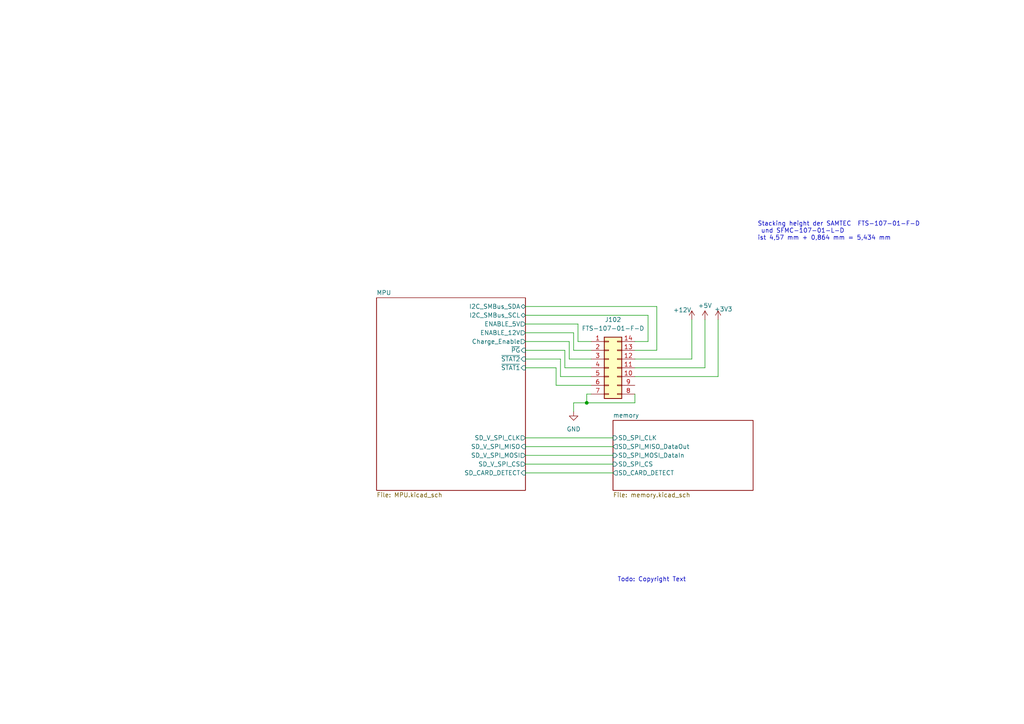
<source format=kicad_sch>
(kicad_sch (version 20250114) (generator "eeschema") (generator_version "9.0")
  (paper "A4")
  (title_block (title "Main Unit Hierachy") (date "2022-01-24"))
  (lib_symbols
    (symbol "Connector_Generic:Conn_02x07_Counter_Clockwise" (pin_names (offset 1.016) (hide yes))
      (property "Reference" "J" (at 1.27 10.16 0))
      (property "Value" "Conn_02x07_Counter_Clockwise" (at 1.27 -10.16 0))
      (symbol "Conn_02x07_Counter_Clockwise_1_1"
        (rectangle (start -1.27 8.89) (end 3.81 -8.89) (stroke (width 0.254)) (fill (type background)))
        (rectangle (start -1.27 7.747) (end 0 7.493) (stroke (width 0.1524)))
        (rectangle (start -1.27 5.207) (end 0 4.953) (stroke (width 0.1524)))
        (rectangle (start -1.27 2.667) (end 0 2.413) (stroke (width 0.1524)))
        (rectangle (start -1.27 0.127) (end 0 -0.127) (stroke (width 0.1524)))
        (rectangle (start -1.27 -2.413) (end 0 -2.667) (stroke (width 0.1524)))
        (rectangle (start -1.27 -4.953) (end 0 -5.207) (stroke (width 0.1524)))
        (rectangle (start -1.27 -7.493) (end 0 -7.747) (stroke (width 0.1524)))
        (rectangle (start 3.81 7.747) (end 2.54 7.493) (stroke (width 0.1524)))
        (rectangle (start 3.81 5.207) (end 2.54 4.953) (stroke (width 0.1524)))
        (rectangle (start 3.81 2.667) (end 2.54 2.413) (stroke (width 0.1524)))
        (rectangle (start 3.81 0.127) (end 2.54 -0.127) (stroke (width 0.1524)))
        (rectangle (start 3.81 -2.413) (end 2.54 -2.667) (stroke (width 0.1524)))
        (rectangle (start 3.81 -4.953) (end 2.54 -5.207) (stroke (width 0.1524)))
        (rectangle (start 3.81 -7.493) (end 2.54 -7.747) (stroke (width 0.1524)))
        (pin passive line (at -5.08 7.62 0) (length 3.81) (name "Pin_1") (number "1"))
        (pin passive line (at -5.08 5.08 0) (length 3.81) (name "Pin_2") (number "2"))
        (pin passive line (at -5.08 2.54 0) (length 3.81) (name "Pin_3") (number "3"))
        (pin passive line (at -5.08 0 0) (length 3.81) (name "Pin_4") (number "4"))
        (pin passive line (at -5.08 -2.54 0) (length 3.81) (name "Pin_5") (number "5"))
        (pin passive line (at -5.08 -5.08 0) (length 3.81) (name "Pin_6") (number "6"))
        (pin passive line (at -5.08 -7.62 0) (length 3.81) (name "Pin_7") (number "7"))
        (pin passive line (at 7.62 7.62 180) (length 3.81) (name "Pin_14") (number "14"))
        (pin passive line (at 7.62 5.08 180) (length 3.81) (name "Pin_13") (number "13"))
        (pin passive line (at 7.62 2.54 180) (length 3.81) (name "Pin_12") (number "12"))
        (pin passive line (at 7.62 0 180) (length 3.81) (name "Pin_11") (number "11"))
        (pin passive line (at 7.62 -2.54 180) (length 3.81) (name "Pin_10") (number "10"))
        (pin passive line (at 7.62 -5.08 180) (length 3.81) (name "Pin_9") (number "9"))
        (pin passive line (at 7.62 -7.62 180) (length 3.81) (name "Pin_8") (number "8"))
      )
    )
    (symbol "power:+12V" (power) (pin_names (offset 0))
      (property "Value" "+12V" (at 0 3.556 0))
      (symbol "+12V_0_1"
        (polyline (pts (xy -0.762 1.27) (xy 0 2.54)))
        (polyline (pts (xy 0 2.54) (xy 0.762 1.27)))
        (polyline (pts (xy 0 0) (xy 0 2.54)))
      )
      (symbol "+12V_1_1"
        (pin power_in line (at 0 0 90) (length 0) (hide yes) (name "+12V") (number "1"))
      )
    )
    (symbol "power:+3.3V" (power) (pin_names (offset 0))
      (property "Value" "+3.3V" (at 0 3.556 0))
      (symbol "+3.3V_0_1"
        (polyline (pts (xy -0.762 1.27) (xy 0 2.54)))
        (polyline (pts (xy 0 2.54) (xy 0.762 1.27)))
        (polyline (pts (xy 0 0) (xy 0 2.54)))
      )
      (symbol "+3.3V_1_1"
        (pin power_in line (at 0 0 90) (length 0) (hide yes) (name "+3V3") (number "1"))
      )
    )
    (symbol "power:+5V" (power) (pin_names (offset 0))
      (property "Value" "+5V" (at 0 3.556 0))
      (symbol "+5V_0_1"
        (polyline (pts (xy -0.762 1.27) (xy 0 2.54)))
        (polyline (pts (xy 0 2.54) (xy 0.762 1.27)))
        (polyline (pts (xy 0 0) (xy 0 2.54)))
      )
      (symbol "+5V_1_1"
        (pin power_in line (at 0 0 90) (length 0) (hide yes) (name "+5V") (number "1"))
      )
    )
    (symbol "power:GND" (power) (pin_names (offset 0))
      (property "Value" "GND" (at 0 -3.81 0))
      (symbol "GND_0_1"
        (polyline (pts (xy 0 0) (xy 0 -1.27) (xy 1.27 -1.27) (xy 0 -2.54) (xy -1.27 -1.27) (xy 0 -1.27)))
      )
      (symbol "GND_1_1"
        (pin power_in line (at 0 0 270) (length 0) (hide yes) (name "GND") (number "1"))
      )
    )
  )
  (text "Todo: Copyright Text" (at 179.07 168.91 0) (effects (font (size 1.27 1.27)) (justify left bottom)))
  (text "Stacking height der SAMTEC  FTS-107-01-F-D\n und SFMC-107-01-L-D\nist 4,57 mm + 0,864 mm = 5,434 mm" (at 219.71 69.85 0) (effects (font (size 1.27 1.27)) (justify left bottom)))
  (junction (at 170.18 116.84))
  (wire (pts (xy 162.56 109.22) (xy 171.45 109.22)))
  (wire (pts (xy 167.64 99.06) (xy 171.45 99.06)))
  (wire (pts (xy 208.28 109.22) (xy 184.15 109.22)))
  (wire (pts (xy 152.4 127) (xy 177.8 127)))
  (wire (pts (xy 152.4 101.6) (xy 163.83 101.6)))
  (wire (pts (xy 161.29 111.76) (xy 171.45 111.76)))
  (wire (pts (xy 163.83 101.6) (xy 163.83 106.68)))
  (wire (pts (xy 152.4 99.06) (xy 165.1 99.06)))
  (wire (pts (xy 163.83 106.68) (xy 171.45 106.68)))
  (wire (pts (xy 166.37 116.84) (xy 166.37 119.38)))
  (wire (pts (xy 152.4 134.62) (xy 177.8 134.62)))
  (wire (pts (xy 167.64 93.98) (xy 167.64 99.06)))
  (wire (pts (xy 165.1 99.06) (xy 165.1 104.14)))
  (wire (pts (xy 152.4 137.16) (xy 177.8 137.16)))
  (wire (pts (xy 152.4 91.44) (xy 187.96 91.44)))
  (wire (pts (xy 152.4 88.9) (xy 190.5 88.9)))
  (wire (pts (xy 184.15 116.84) (xy 170.18 116.84)))
  (wire (pts (xy 204.47 106.68) (xy 184.15 106.68)))
  (wire (pts (xy 187.96 91.44) (xy 187.96 99.06)))
  (wire (pts (xy 200.66 92.71) (xy 200.66 104.14)))
  (wire (pts (xy 204.47 92.71) (xy 204.47 106.68)))
  (wire (pts (xy 187.96 99.06) (xy 184.15 99.06)))
  (wire (pts (xy 166.37 101.6) (xy 171.45 101.6)))
  (wire (pts (xy 171.45 114.3) (xy 170.18 114.3)))
  (wire (pts (xy 152.4 132.08) (xy 177.8 132.08)))
  (wire (pts (xy 166.37 96.52) (xy 166.37 101.6)))
  (wire (pts (xy 152.4 104.14) (xy 162.56 104.14)))
  (wire (pts (xy 165.1 104.14) (xy 171.45 104.14)))
  (wire (pts (xy 152.4 129.54) (xy 177.8 129.54)))
  (wire (pts (xy 162.56 104.14) (xy 162.56 109.22)))
  (wire (pts (xy 170.18 114.3) (xy 170.18 116.84)))
  (wire (pts (xy 152.4 96.52) (xy 166.37 96.52)))
  (wire (pts (xy 184.15 114.3) (xy 184.15 116.84)))
  (wire (pts (xy 152.4 106.68) (xy 161.29 106.68)))
  (wire (pts (xy 190.5 101.6) (xy 184.15 101.6)))
  (wire (pts (xy 152.4 93.98) (xy 167.64 93.98)))
  (wire (pts (xy 200.66 104.14) (xy 184.15 104.14)))
  (wire (pts (xy 208.28 92.71) (xy 208.28 109.22)))
  (wire (pts (xy 190.5 88.9) (xy 190.5 101.6)))
  (wire (pts (xy 170.18 116.84) (xy 166.37 116.84)))
  (wire (pts (xy 161.29 106.68) (xy 161.29 111.76)))
  (symbol (lib_id "Connector_Generic:Conn_02x07_Counter_Clockwise") (at 176.53 106.68 0) (unit 1)
    (property "Reference" "J102" (at 177.8 92.71 0))
    (property "Value" "FTS-107-01-F-D" (at 177.8 95.25 0))
    (property "Footprint" "Connector_PinHeader_1.27mm:PinHeader_2x07_P1.27mm_Vertical" (effects (hide yes)))
    (property "Datasheet" "https://www.mouser.de/datasheet/2/527/fts-2854063.pdf" (effects (hide yes)))
    (property "Bauteilname" "FTS-107-01-F-D" (effects (hide yes)))
    (property "eurocircuits_MPN" "FTS-107-01-F-D" (effects (hide yes)))
  )
  (symbol (lib_id "power:+5V") (at 204.47 92.71 0) (unit 1)
    (property "Reference" "#PWR0106" (effects (hide yes)))
    (property "Value" "+5V" (at 204.47 88.646 0))
  )
  (symbol (lib_id "power:+12V") (at 200.66 92.71 0) (unit 1)
    (property "Reference" "#PWR0104" (effects (hide yes)))
    (property "Value" "+12V" (at 197.866 89.916 0))
  )
  (symbol (lib_id "power:GND") (at 166.37 119.38 0) (unit 1)
    (property "Reference" "#PWR0101" (effects (hide yes)))
    (property "Value" "GND" (at 166.37 124.46 0))
  )
  (symbol (lib_id "power:+3.3V") (at 208.28 92.71 0) (unit 1)
    (property "Reference" "#PWR0108" (effects (hide yes)))
    (property "Value" "+3V3" (at 209.804 89.662 0))
  )
  (sheet (at 177.8 121.92) (size 40.64 20.32) (stroke (width 0.1524))
    (property "Sheetname" "memory" (at 177.8 121.2084 0) (effects (justify left bottom)))
    (property "Sheetfile" "memory.kicad_sch" (at 177.8 142.8246 0) (effects (justify left top)))
    (pin "SD_SPI_MOSI_DataIn" input (at 177.8 132.08 180))
    (pin "SD_SPI_CS" input (at 177.8 134.62 180))
    (pin "SD_SPI_MISO_DataOut" output (at 177.8 129.54 180))
    (pin "SD_SPI_CLK" input (at 177.8 127 180))
    (pin "SD_CARD_DETECT" output (at 177.8 137.16 180))
  )
  (sheet (at 109.22 86.36) (size 43.18 55.88) (stroke (width 0.1524))
    (property "Sheetname" "MPU" (at 109.22 85.6484 0) (effects (justify left bottom)))
    (property "Sheetfile" "MPU.kicad_sch" (at 109.22 142.8246 0) (effects (justify left top)))
    (pin "SD_V_SPI_CLK" output (at 152.4 127 0))
    (pin "SD_V_SPI_MISO" input (at 152.4 129.54 0))
    (pin "SD_V_SPI_MOSI" output (at 152.4 132.08 0))
    (pin "SD_V_SPI_CS" output (at 152.4 134.62 0))
    (pin "I2C_SMBus_SDA" bidirectional (at 152.4 88.9 0))
    (pin "I2C_SMBus_SCL" bidirectional (at 152.4 91.44 0))
    (pin "SD_CARD_DETECT" input (at 152.4 137.16 0))
    (pin "~{PG}" input (at 152.4 101.6 0))
    (pin "Charge_Enable" output (at 152.4 99.06 0))
    (pin "ENABLE_12V" output (at 152.4 96.52 0))
    (pin "~{STAT1}" input (at 152.4 106.68 0))
    (pin "~{STAT2}" input (at 152.4 104.14 0))
    (pin "ENABLE_5V" output (at 152.4 93.98 0))
  )
)
</source>
